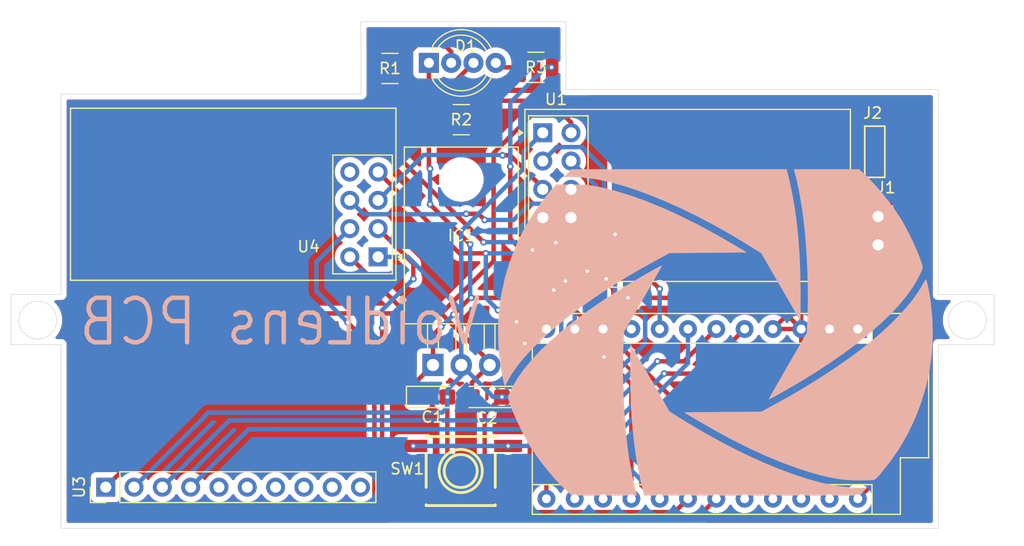
<source format=kicad_pcb>
(kicad_pcb (version 20241229) (generator "pcbnew") (generator_version "9.0")
  (layers (0 "F.Cu" signal) (2 "B.Cu" signal) (13 "F.Paste" user) (15 "B.Paste" user) (5 "F.SilkS" user "F.Silkscreen") (7 "B.SilkS" user "B.Silkscreen") (1 "F.Mask" user) (3 "B.Mask" user) (25 "Edge.Cuts" user))
  (net 0 "")
  (net 1 "GND")
  (net 2 "+5V")
  (net 3 "+3.3V")
  (net 4 "Net-(D1-BK)")
  (net 5 "Net-(D1-GK)")
  (net 6 "Net-(D1-RK)")
  (net 7 "Net-(J1-Pin_2)")
  (net 8 "R")
  (net 9 "G")
  (net 10 "B")
  (net 11 "SW")
  (net 12 "Net-(U1-CE)")
  (net 13 "MOSI")
  (net 15 "MISO")
  (net 16 "SCK")
  (net 17 "Net-(U1-~{CSN})")
  (net 18 "Net-(U2-D2{slash}SDA)")
  (net 20 "Net-(U2-D3{slash}SCL)")
  (net 22 "CE")
  (net 26 "CSN")
  (footprint "Resistor_SMD:R_1210_3225Metric" (layer "F.Cu") (at 138.6 80.2)
    (property "Reference" "R1" (at 0 0 0) (layer "F.SilkS"))
    (property "Value" "120Ω")
    (pad "1" smd roundrect (at -1.4625 0) (size 1.125 2.65) (layers "F.Cu" "F.Mask" "F.Paste") (roundrect_rratio 0.222222) (net 8 "R"))
    (pad "2" smd roundrect (at 1.4625 0) (size 1.125 2.65) (layers "F.Cu" "F.Mask" "F.Paste") (roundrect_rratio 0.222222) (net 6 "Net-(D1-RK)"))
  )
  (footprint "RF_Module:nRF24L01_Breakout" (layer "F.Cu") (at 152.3105 85.975)
    (property "Reference" "U1" (at 1.1895 -3 0) (layer "F.SilkS"))
    (property "Value" "NRF24L01_Breakout")
    (pad "1" thru_hole rect (at 0 0) (size 1.7 1.7) (drill 1) (layers "*.Cu" "*.Mask") (net 1 "GND"))
    (pad "2" thru_hole circle (at 2.54 0) (size 1.7 1.7) (drill 1) (layers "*.Cu" "*.Mask") (net 3 "+3.3V"))
    (pad "3" thru_hole circle (at 0 2.54) (size 1.7 1.7) (drill 1) (layers "*.Cu" "*.Mask") (net 12 "Net-(U1-CE)"))
    (pad "4" thru_hole circle (at 2.54 2.54) (size 1.7 1.7) (drill 1) (layers "*.Cu" "*.Mask") (net 17 "Net-(U1-~{CSN})"))
    (pad "5" thru_hole circle (at 0 5.08) (size 1.7 1.7) (drill 1) (layers "*.Cu" "*.Mask") (net 16 "SCK"))
    (pad "6" thru_hole circle (at 2.54 5.08) (size 1.7 1.7) (drill 1) (layers "*.Cu" "*.Mask") (net 13 "MOSI"))
    (pad "7" thru_hole circle (at 0 7.62) (size 1.7 1.7) (drill 1) (layers "*.Cu" "*.Mask") (net 15 "MISO"))
    (pad "8" thru_hole circle (at 2.54 7.62) (size 1.7 1.7) (drill 1) (layers "*.Cu" "*.Mask"))
  )
  (footprint "Connector_PinHeader_2.54mm:PinHeader_1x10_P2.54mm_Vertical" (layer "F.Cu") (at 113.1 117.8 90)
    (property "Reference" "U3" (at 0 -2.38 90) (layer "F.SilkS"))
    (property "Value" "~")
    (pad "1" thru_hole rect (at 0 0 90) (size 1.7 1.7) (drill 1) (layers "*.Cu" "*.Mask") (net 3 "+3.3V"))
    (pad "2" thru_hole circle (at 0 2.54 90) (size 1.7 1.7) (drill 1) (layers "*.Cu" "*.Mask") (net 1 "GND"))
    (pad "3" thru_hole circle (at 0 5.08 90) (size 1.7 1.7) (drill 1) (layers "*.Cu" "*.Mask") (net 20 "Net-(U2-D3{slash}SCL)"))
    (pad "4" thru_hole circle (at 0 7.62 90) (size 1.7 1.7) (drill 1) (layers "*.Cu" "*.Mask") (net 18 "Net-(U2-D2{slash}SDA)"))
    (pad "5" thru_hole circle (at 0 10.16 90) (size 1.7 1.7) (drill 1) (layers "*.Cu" "*.Mask"))
    (pad "6" thru_hole circle (at 0 12.7 90) (size 1.7 1.7) (drill 1) (layers "*.Cu" "*.Mask"))
    (pad "7" thru_hole circle (at 0 15.24 90) (size 1.7 1.7) (drill 1) (layers "*.Cu" "*.Mask"))
    (pad "8" thru_hole circle (at 0 17.78 90) (size 1.7 1.7) (drill 1) (layers "*.Cu" "*.Mask"))
    (pad "9" thru_hole circle (at 0 20.32 90) (size 1.7 1.7) (drill 1) (layers "*.Cu" "*.Mask"))
    (pad "10" thru_hole circle (at 0 22.86 90) (size 1.7 1.7) (drill 1) (layers "*.Cu" "*.Mask"))
  )
  (footprint "Capacitor_Tantalum_SMD:CP_EIA-3216-18_Kemet-A" (layer "F.Cu") (at 142.4 109.7)
    (property "Reference" "C1" (at 0 1.8 0) (layer "F.SilkS"))
    (property "Value" "100uF")
    (pad "1" smd roundrect (at -1.3525 0) (size 1.415 1.39) (layers "F.Cu" "F.Mask" "F.Paste") (roundrect_rratio 0.179856) (net 2 "+5V"))
    (pad "2" smd roundrect (at 1.3525 0) (size 1.415 1.39) (layers "F.Cu" "F.Mask" "F.Paste") (roundrect_rratio 0.179856) (net 1 "GND"))
  )
  (footprint "Connector_PinHeader_2.54mm:PinHeader_1x02_P2.54mm_Vertical" (layer "F.Cu") (at 182.4 93.5)
    (property "Reference" "J1" (at 0.7 -2.6 0) (layer "F.SilkS"))
    (property "Value" "1x2")
    (pad "1" thru_hole rect (at 0 0) (size 1.7 1.7) (drill 1) (layers "*.Cu" "*.Mask") (net 1 "GND"))
    (pad "2" thru_hole circle (at 0 2.54) (size 1.7 1.7) (drill 1) (layers "*.Cu" "*.Mask") (net 7 "Net-(J1-Pin_2)"))
  )
  (footprint "RF_Module:nRF24L01_Breakout" (layer "F.Cu") (at 137.54 97.12 180)
    (property "Reference" "U4" (at 6.24 0.92 0) (layer "F.SilkS"))
    (property "Value" "NRF24L01_Breakout")
    (pad "1" thru_hole rect (at 0 0 180) (size 1.7 1.7) (drill 1) (layers "*.Cu" "*.Mask") (net 1 "GND"))
    (pad "2" thru_hole circle (at 2.54 0 180) (size 1.7 1.7) (drill 1) (layers "*.Cu" "*.Mask") (net 3 "+3.3V"))
    (pad "3" thru_hole circle (at 0 2.54 180) (size 1.7 1.7) (drill 1) (layers "*.Cu" "*.Mask") (net 22 "CE"))
    (pad "4" thru_hole circle (at 2.54 2.54 180) (size 1.7 1.7) (drill 1) (layers "*.Cu" "*.Mask") (net 26 "CSN"))
    (pad "5" thru_hole circle (at 0 5.08 180) (size 1.7 1.7) (drill 1) (layers "*.Cu" "*.Mask") (net 16 "SCK"))
    (pad "6" thru_hole circle (at 2.54 5.08 180) (size 1.7 1.7) (drill 1) (layers "*.Cu" "*.Mask") (net 13 "MOSI"))
    (pad "7" thru_hole circle (at 0 7.62 180) (size 1.7 1.7) (drill 1) (layers "*.Cu" "*.Mask") (net 15 "MISO"))
    (pad "8" thru_hole circle (at 2.54 7.62 180) (size 1.7 1.7) (drill 1) (layers "*.Cu" "*.Mask"))
  )
  (footprint "Resistor_SMD:R_1210_3225Metric" (layer "F.Cu") (at 145 84.8 180)
    (property "Reference" "R2" (at 0 0 0) (layer "F.SilkS"))
    (property "Value" "120Ω")
    (pad "1" smd roundrect (at -1.4625 0 180) (size 1.125 2.65) (layers "F.Cu" "F.Mask" "F.Paste") (roundrect_rratio 0.222222) (net 9 "G"))
    (pad "2" smd roundrect (at 1.4625 0 180) (size 1.125 2.65) (layers "F.Cu" "F.Mask" "F.Paste") (roundrect_rratio 0.222222) (net 5 "Net-(D1-GK)"))
  )
  (footprint "LED_THT:LED_D5.0mm-4_RGB" (layer "F.Cu") (at 143.095 79.7)
    (property "Reference" "D1" (at 2.305 -1.5 0) (layer "F.SilkS"))
    (property "Value" "LED_ARGB")
    (pad "1" thru_hole rect (at -1 0) (size 1.8 1.8) (drill 0.9) (layers "*.Cu" "*.Mask") (net 2 "+5V"))
    (pad "2" thru_hole oval (at 1 0) (size 1.8 1.8) (drill 0.9) (layers "*.Cu" "*.Mask") (net 6 "Net-(D1-RK)"))
    (pad "3" thru_hole oval (at 3 0) (size 1.8 1.8) (drill 0.9) (layers "*.Cu" "*.Mask") (net 5 "Net-(D1-GK)"))
    (pad "4" thru_hole oval (at 5 0) (size 1.8 1.8) (drill 0.9) (layers "*.Cu" "*.Mask") (net 4 "Net-(D1-BK)"))
  )
  (footprint "Resistor_SMD:R_1210_3225Metric" (layer "F.Cu") (at 151.7 80.1 180)
    (property "Reference" "R3" (at 0 0 0) (layer "F.SilkS"))
    (property "Value" "120Ω")
    (pad "1" smd roundrect (at -1.4625 0 180) (size 1.125 2.65) (layers "F.Cu" "F.Mask" "F.Paste") (roundrect_rratio 0.222222) (net 10 "B"))
    (pad "2" smd roundrect (at 1.4625 0 180) (size 1.125 2.65) (layers "F.Cu" "F.Mask" "F.Paste") (roundrect_rratio 0.222222) (net 4 "Net-(D1-BK)"))
  )
  (footprint "TestPoint:TestPoint_2Pads_Pitch2.54mm_Drill0.8mm" (layer "F.Cu") (at 182.1 88.95 90)
    (property "Reference" "J2" (at 4.75 -0.2 180) (layer "F.SilkS"))
    (property "Value" "2 pin conn for powering display")
    (pad "1" smd rect (at 0 0 90) (size 1.5 1.4) (layers "F.Cu" "F.Mask" "F.Paste") (net 2 "+5V"))
    (pad "2" smd rect (at 2.54 0 90) (size 1.5 1.4) (layers "F.Cu" "F.Mask" "F.Paste") (net 1 "GND"))
  )
  (footprint "Capacitor_Tantalum_SMD:CP_EIA-3216-18_Kemet-A" (layer "F.Cu") (at 147.3 109.7 180)
    (property "Reference" "C2" (at 0 -1.9 0) (layer "F.SilkS"))
    (property "Value" "100uF")
    (pad "1" smd roundrect (at -1.3525 0 180) (size 1.415 1.39) (layers "F.Cu" "F.Mask" "F.Paste") (roundrect_rratio 0.179856) (net 1 "GND"))
    (pad "2" smd roundrect (at 1.3525 0 180) (size 1.415 1.39) (layers "F.Cu" "F.Mask" "F.Paste") (roundrect_rratio 0.179856) (net 3 "+3.3V"))
  )
  (footprint "Package_TO_SOT_THT:TO-220-3_Horizontal_TabDown" (layer "F.Cu") (at 142.46 106.83)
    (property "Reference" "IC1" (at 2.54 -11.63 0) (layer "F.SilkS"))
    (property "Value" "LM3940IT-3.3_NOPB")
    (pad "" np_thru_hole circle (at 2.54 -16.66) (size 3.5 3.5) (drill 3.5) (layers "*.Cu" "*.Mask"))
    (pad "1" thru_hole rect (at 0 0) (size 1.905 2) (drill 1.1) (layers "*.Cu" "*.Mask") (net 2 "+5V"))
    (pad "2" thru_hole oval (at 2.54 0) (size 1.905 2) (drill 1.1) (layers "*.Cu" "*.Mask") (net 1 "GND"))
    (pad "3" thru_hole oval (at 5.08 0) (size 1.905 2) (drill 1.1) (layers "*.Cu" "*.Mask") (net 3 "+3.3V"))
  )
  (footprint "Capacitor_Tantalum_SMD:CP_EIA-3216-18_Kemet-A" (layer "F.Cu") (at 158.6 100.8 180)
    (property "Reference" "C3" (at 3.5 0 0) (layer "F.SilkS"))
    (property "Value" "100uF")
    (pad "1" smd roundrect (at -1.3525 0 180) (size 1.415 1.39) (layers "F.Cu" "F.Mask" "F.Paste") (roundrect_rratio 0.179856) (net 1 "GND"))
    (pad "2" smd roundrect (at 1.3525 0 180) (size 1.415 1.39) (layers "F.Cu" "F.Mask" "F.Paste") (roundrect_rratio 0.179856) (net 2 "+5V"))
  )
  (footprint "Kicad_Extrass:SW-SMD_4P-L6.2-W6.2-P4.50-LS8.6" (layer "F.Cu") (at 144.95 116.35)
    (property "Reference" "SW1" (at -4.8 -0.2 0) (layer "F.SilkS"))
    (property "Value" "~")
    (pad "1" smd rect (at -4.25 -2.25) (size 2.5 1.1) (layers "F.Cu" "F.Mask" "F.Paste") (net 11 "SW"))
    (pad "2" smd rect (at 4.25 -2.25) (size 2.5 1.1) (layers "F.Cu" "F.Mask" "F.Paste") (net 11 "SW"))
    (pad "3" smd rect (at -4.25 2.25) (size 2.5 1.1) (layers "F.Cu" "F.Mask" "F.Paste") (net 1 "GND"))
    (pad "4" smd rect (at 4.25 2.25) (size 2.5 1.1) (layers "F.Cu" "F.Mask" "F.Paste") (net 1 "GND"))
  )
  (footprint "Kicad_Extrass:Arduino_Pro_Micro (sparkfun pro micro)" (layer "F.Cu") (at 152.64 118.84 90)
    (property "Reference" "U2" (at 5.72 12.71 180) (layer "F.SilkS"))
    (property "Value" "~")
    (pad "1" thru_hole rect (at 15.24 27.94 90) (size 1.6 1.6) (drill 0.8) (layers "*.Cu" "*.Mask"))
    (pad "2" thru_hole oval (at 15.24 25.4 90) (size 1.6 1.6) (drill 0.8) (layers "*.Cu" "*.Mask"))
    (pad "3" thru_hole oval (at 15.24 22.86 90) (size 1.6 1.6) (drill 0.8) (layers "*.Cu" "*.Mask") (net 1 "GND"))
    (pad "4" thru_hole oval (at 15.24 20.32 90) (size 1.6 1.6) (drill 0.8) (layers "*.Cu" "*.Mask") (net 1 "GND"))
    (pad "5" thru_hole oval (at 15.24 17.78 90) (size 1.6 1.6) (drill 0.8) (layers "*.Cu" "*.Mask") (net 18 "Net-(U2-D2{slash}SDA)"))
    (pad "6" thru_hole oval (at 15.24 15.24 90) (size 1.6 1.6) (drill 0.8) (layers "*.Cu" "*.Mask") (net 20 "Net-(U2-D3{slash}SCL)"))
    (pad "7" thru_hole oval (at 15.24 12.7 90) (size 1.6 1.6) (drill 0.8) (layers "*.Cu" "*.Mask") (net 11 "SW"))
    (pad "8" thru_hole oval (at 15.24 10.16 90) (size 1.6 1.6) (drill 0.8) (layers "*.Cu" "*.Mask") (net 8 "R"))
    (pad "9" thru_hole oval (at 15.24 7.62 90) (size 1.6 1.6) (drill 0.8) (layers "*.Cu" "*.Mask") (net 9 "G"))
    (pad "10" thru_hole oval (at 15.24 5.08 90) (size 1.6 1.6) (drill 0.8) (layers "*.Cu" "*.Mask"))
    (pad "11" thru_hole oval (at 15.24 2.54 90) (size 1.6 1.6) (drill 0.8) (layers "*.Cu" "*.Mask") (net 12 "Net-(U1-CE)"))
    (pad "12" thru_hole oval (at 15.24 0 90) (size 1.6 1.6) (drill 0.8) (layers "*.Cu" "*.Mask") (net 10 "B"))
    (pad "13" thru_hole oval (at 0 0 90) (size 1.6 1.6) (drill 0.8) (layers "*.Cu" "*.Mask") (net 17 "Net-(U1-~{CSN})"))
    (pad "14" thru_hole oval (at 0 2.54 90) (size 1.6 1.6) (drill 0.8) (layers "*.Cu" "*.Mask") (net 13 "MOSI"))
    (pad "15" thru_hole oval (at 0 5.08 90) (size 1.6 1.6) (drill 0.8) (layers "*.Cu" "*.Mask") (net 15 "MISO"))
    (pad "16" thru_hole oval (at 0 7.62 90) (size 1.6 1.6) (drill 0.8) (layers "*.Cu" "*.Mask") (net 16 "SCK"))
    (pad "17" thru_hole oval (at 0 10.16 90) (size 1.6 1.6) (drill 0.8) (layers "*.Cu" "*.Mask") (net 11 "SW"))
    (pad "18" thru_hole oval (at 0 12.7 90) (size 1.6 1.6) (drill 0.8) (layers "*.Cu" "*.Mask") (net 22 "CE"))
    (pad "19" thru_hole oval (at 0 15.24 90) (size 1.6 1.6) (drill 0.8) (layers "*.Cu" "*.Mask") (net 26 "CSN"))
    (pad "20" thru_hole oval (at 0 17.78 90) (size 1.6 1.6) (drill 0.8) (layers "*.Cu" "*.Mask"))
    (pad "21" thru_hole oval (at 0 20.32 90) (size 1.6 1.6) (drill 0.8) (layers "*.Cu" "*.Mask") (net 2 "+5V"))
    (pad "22" thru_hole oval (at 0 22.86 90) (size 1.6 1.6) (drill 0.8) (layers "*.Cu" "*.Mask"))
    (pad "23" thru_hole oval (at 0 25.4 90) (size 1.6 1.6) (drill 0.8) (layers "*.Cu" "*.Mask") (net 1 "GND"))
    (pad "24" thru_hole oval (at 0 27.94 90) (size 1.6 1.6) (drill 0.8) (layers "*.Cu" "*.Mask") (net 7 "Net-(J1-Pin_2)"))
  )
  (footprint "LOGO" (layer "B.Cu") (at 167.8 103.9 180)
    (property "Reference" "G***" (hide yes))
    (property "Value" "LOGO" (hide yes))
  )
  (gr_line (start 154.4 82.1) (end 154.4 76) (stroke (width 0.05)) (layer "Edge.Cuts"))
  (gr_line (start 192.8 100.5) (end 192.8 105) (stroke (width 0.05)) (layer "Edge.Cuts"))
  (gr_line (start 136 82.4) (end 136 76) (stroke (width 0.05)) (layer "Edge.Cuts"))
  (gr_line (start 136 82.4) (end 136 82.5) (stroke (width 0.05)) (layer "Edge.Cuts"))
  (gr_line (start 104.6 105) (end 109.1 105) (stroke (width 0.05)) (layer "Edge.Cuts"))
  (gr_line (start 153.4 76) (end 153.2 76) (stroke (width 0.05)) (layer "Edge.Cuts"))
  (gr_line (start 187.8 120.9) (end 187.8 121.5) (stroke (width 0.05)) (layer "Edge.Cuts"))
  (gr_circle (center 107 102.8) (end 107 101.1) (stroke (width 0.05)) (fill no) (layer "Edge.Cuts"))
  (gr_line (start 187.8 82.1) (end 187.8 100.5) (stroke (width 0.05)) (layer "Edge.Cuts"))
  (gr_line (start 109.1 121.1) (end 109.1 121.5) (stroke (width 0.05)) (layer "Edge.Cuts"))
  (gr_line (start 154.4 76) (end 153.4 76) (stroke (width 0.05)) (layer "Edge.Cuts"))
  (gr_line (start 187.8 100.5) (end 192.8 100.5) (stroke (width 0.05)) (layer "Edge.Cuts"))
  (gr_line (start 109.1 82.5) (end 109.1 100.5) (stroke (width 0.05)) (layer "Edge.Cuts"))
  (gr_line (start 109.1 100.5) (end 104.6 100.5) (stroke (width 0.05)) (layer "Edge.Cuts"))
  (gr_line (start 109.1 105) (end 109.1 121.1) (stroke (width 0.05)) (layer "Edge.Cuts"))
  (gr_line (start 154.4 82.1) (end 187.8 82.1) (stroke (width 0.05)) (layer "Edge.Cuts"))
  (gr_line (start 109.1 82.5) (end 134.2 82.5) (stroke (width 0.05)) (layer "Edge.Cuts"))
  (gr_line (start 104.6 100.5) (end 104.6 105) (stroke (width 0.05)) (layer "Edge.Cuts"))
  (gr_line (start 187.8 105) (end 187.8 120.9) (stroke (width 0.05)) (layer "Edge.Cuts"))
  (gr_circle (center 190.4 102.8) (end 190.4 101.1) (stroke (width 0.05)) (fill no) (layer "Edge.Cuts"))
  (gr_line (start 109.1 121.5) (end 187.8 121.5) (stroke (width 0.05)) (layer "Edge.Cuts"))
  (gr_line (start 136 82.5) (end 134.2 82.5) (stroke (width 0.05)) (layer "Edge.Cuts"))
  (gr_line (start 192.8 105) (end 187.8 105) (stroke (width 0.05)) (layer "Edge.Cuts"))
  (gr_line (start 136.5 76) (end 136 76) (stroke (width 0.05)) (layer "Edge.Cuts"))
  (gr_line (start 136.5 76) (end 153.2 76) (stroke (width 0.05)) (layer "Edge.Cuts"))
  (gr_text "VoidLens PCB" (at 147 105.3 0) (layer "B.SilkS") (effects (font (size 4 3.5) (thickness 0.4)) (justify left bottom mirror)))
  (segment (start 172.96 103.6) (end 175.5 103.6) (width 0.4) (layer "F.Cu") (net 1))
  (segment (start 175.5 112.6) (end 175.5 103.6) (width 0.4) (layer "F.Cu") (net 1))
  (segment (start 147.1 111.2525) (end 148.6525 109.7) (width 0.4) (layer "F.Cu") (net 1))
  (segment (start 175.5 102.2) (end 175.5 100.4) (width 0.4) (layer "F.Cu") (net 1))
  (segment (start 143.7525 115.5475) (end 143.7525 109.7) (width 0.4) (layer "F.Cu") (net 1))
  (segment (start 175.5 103.6) (end 174.25 102.35) (width 0.4) (layer "F.Cu") (net 1))
  (segment (start 172.96 103.6) (end 174.21 102.35) (width 0.4) (layer "F.Cu") (net 1))
  (segment (start 174.4 102.2) (end 174.25 102.35) (width 0.4) (layer "F.Cu") (net 1))
  (segment (start 183.8 88.11) (end 183.8 88.2) (width 0.4) (layer "F.Cu") (net 1))
  (segment (start 178.04 118.84) (end 178.04 115.14) (width 0.4) (layer "F.Cu") (net 1))
  (segment (start 147.1 116.5) (end 147.1 111.2525) (width 0.4) (layer "F.Cu") (net 1))
  (segment (start 182.4 93.5) (end 183.8 92.1) (width 0.4) (layer "F.Cu") (net 1))
  (segment (start 182.1 86.41) (end 183.8 88.11) (width 0.4) (layer "F.Cu") (net 1))
  (segment (start 183.8 92.1) (end 183.8 88.2) (width 0.4) (layer "F.Cu") (net 1))
  (segment (start 149.2 118.6) (end 147.1 116.5) (width 0.4) (layer "F.Cu") (net 1))
  (segment (start 174.25 102.35) (end 172.7 100.8) (width 0.4) (layer "F.Cu") (net 1))
  (segment (start 178.04 115.14) (end 175.5 112.6) (width 0.4) (layer "F.Cu") (net 1))
  (segment (start 140.7 118.6) (end 143.7525 115.5475) (width 0.4) (layer "F.Cu") (net 1))
  (segment (start 175.5 102.2) (end 174.4 102.2) (width 0.4) (layer "F.Cu") (net 1))
  (segment (start 175.5 103.6) (end 175.5 102.2) (width 0.4) (layer "F.Cu") (net 1))
  (segment (start 174.21 102.35) (end 174.25 102.35) (width 0.4) (layer "F.Cu") (net 1))
  (segment (start 172.7 100.8) (end 159.9525 100.8) (width 0.4) (layer "F.Cu") (net 1))
  (segment (start 175.5 100.4) (end 182.4 93.5) (width 0.4) (layer "F.Cu") (net 1))
  (via (at 159.9525 100.8) (size 0.6) (drill 0.3) (layers "F.Cu" "B.Cu") (net 1))
  (via (at 143.7525 109.7) (size 0.6) (drill 0.3) (layers "F.Cu" "B.Cu") (net 1))
  (via (at 148.6525 109.7) (size 0.6) (drill 0.3) (layers "F.Cu" "B.Cu") (net 1))
  (segment (start 137.54 97.12) (end 140.22 97.12) (width 0.4) (layer "B.Cu") (net 1))
  (segment (start 140.22 97.12) (end 145 101.9) (width 0.4) (layer "B.Cu") (net 1))
  (segment (start 143.3 111.1) (end 143.7525 110.6475) (width 0.4) (layer "B.Cu") (net 1))
  (segment (start 145 94.8) (end 145 101.9) (width 0.4) (layer "B.Cu") (net 1))
  (segment (start 145 94.8) (end 150.59275 89.20725) (width 0.4) (layer "B.Cu") (net 1))
  (segment (start 143.7525 109.7) (end 143.7525 109.0475) (width 0.4) (layer "B.Cu") (net 1))
  (segment (start 121.94 111.5) (end 121.94 111.46) (width 0.4) (layer "B.Cu") (net 1))
  (segment (start 115.64 117.8) (end 121.94 111.5) (width 0.4) (layer "B.Cu") (net 1))
  (segment (start 143.7525 109.0475) (end 145 107.8) (width 0.4) (layer "B.Cu") (net 1))
  (segment (start 145 107.8) (end 145 106.83) (width 0.4) (layer "B.Cu") (net 1))
  (segment (start 150.59275 89.20725) (end 150.59275 87.69275) (width 0.4) (layer "B.Cu") (net 1))
  (segment (start 152.3105 85.975) (end 150.59275 87.69275) (width 0.4) (layer "B.Cu") (net 1))
  (segment (start 148.6525 109.7) (end 147.87 109.7) (width 0.4) (layer "B.Cu") (net 1))
  (segment (start 122.3 111.1) (end 143.3 111.1) (width 0.4) (layer "B.Cu") (net 1))
  (segment (start 121.94 111.46) (end 122.3 111.1) (width 0.4) (layer "B.Cu") (net 1))
  (segment (start 145 101.9) (end 145 106.83) (width 0.4) (layer "B.Cu") (net 1))
  (segment (start 161.5 104.9) (end 161.5 102.4) (width 0.4) (layer "B.Cu") (net 1))
  (segment (start 148.6525 109.7) (end 156.7 109.7) (width 0.4) (layer "B.Cu") (net 1))
  (segment (start 156.7 109.7) (end 161.5 104.9) (width 0.4) (layer "B.Cu") (net 1))
  (segment (start 147.87 109.7) (end 145 106.83) (width 0.4) (layer "B.Cu") (net 1))
  (segment (start 161.5 102.4) (end 160 100.9) (width 0.4) (layer "B.Cu") (net 1))
  (segment (start 143.7525 110.6475) (end 143.7525 109.7) (width 0.4) (layer "B.Cu") (net 1))
  (segment (start 145.9 100.8) (end 145.8 100.8) (width 0.4) (layer "F.Cu") (net 2))
  (segment (start 141.0475 108.2425) (end 142.46 106.83) (width 0.4) (layer "F.Cu") (net 2))
  (segment (start 159 102.5525) (end 159 104.88) (width 0.4) (layer "F.Cu") (net 2))
  (segment (start 141.0475 109.7) (end 141.0475 108.2425) (width 0.4) (layer "F.Cu") (net 2))
  (segment (start 157.2475 100.8) (end 157.2475 98.6525) (width 0.4) (layer "F.Cu") (net 2))
  (segment (start 142.46 104.64) (end 142.46 104.14) (width 0.4) (layer "F.Cu") (net 2))
  (segment (start 153.4 100.8) (end 145.9 100.8) (width 0.4) (layer "F.Cu") (net 2))
  (segment (start 142.2 92.4) (end 145.8 96) (width 0.4) (layer "F.Cu") (net 2))
  (segment (start 145.8 100.8) (end 144.3 102.3) (width 0.4) (layer "F.Cu") (net 2))
  (segment (start 159 104.88) (end 172.96 118.84) (width 0.4) (layer "F.Cu") (net 2))
  (segment (start 166.95 88.95) (end 182.1 88.95) (width 0.4) (layer "F.Cu") (net 2))
  (segment (start 142.46 104.14) (end 143.2 103.4) (width 0.4) (layer "F.Cu") (net 2))
  (segment (start 157.2475 98.6525) (end 166.95 88.95) (width 0.4) (layer "F.Cu") (net 2))
  (segment (start 142.2 89.2) (end 142.095 89.095) (width 0.4) (layer "F.Cu") (net 2))
  (segment (start 142.095 89.095) (end 142.095 79.7) (width 0.4) (layer "F.Cu") (net 2))
  (segment (start 142.46 106.83) (end 142.46 104.64) (width 0.4) (layer "F.Cu") (net 2))
  (segment (start 153.4 100.8) (end 157.2475 100.8) (width 0.4) (layer "F.Cu") (net 2))
  (segment (start 157.2475 100.8) (end 159 102.5525) (width 0.4) (layer "F.Cu") (net 2))
  (via (at 142.2 92.4) (size 0.6) (drill 0.3) (layers "F.Cu" "B.Cu") (net 2))
  (via (at 143.2 103.4) (size 0.6) (drill 0.3) (layers "F.Cu" "B.Cu") (net 2))
  (via (at 144.3 102.3) (size 0.6) (drill 0.3) (layers "F.Cu" "B.Cu") (net 2))
  (via (at 145.8 96) (size 0.6) (drill 0.3) (layers "F.Cu" "B.Cu") (net 2))
  (via (at 145.9 100.8) (size 0.6) (drill 0.3) (layers "F.Cu" "B.Cu") (net 2))
  (via (at 142.2 89.2) (size 0.6) (drill 0.3) (layers "F.Cu" "B.Cu") (net 2))
  (segment (start 142.2 89.2) (end 142.2 92.4) (width 0.4) (layer "B.Cu") (net 2))
  (segment (start 145.8 96) (end 145.8 100.8) (width 0.4) (layer "B.Cu") (net 2))
  (segment (start 143.2 103.4) (end 144.3 102.3) (width 0.4) (layer "B.Cu") (net 2))
  (segment (start 145.9475 109.7) (end 145.9475 108.4225) (width 0.4) (layer "F.Cu") (net 3))
  (segment (start 151.3 84.4) (end 147.9 87.8) (width 0.4) (layer "F.Cu") (net 3))
  (segment (start 140.08 102.2) (end 128.7 102.2) (width 0.4) (layer "F.Cu") (net 3))
  (segment (start 145.9475 108.4225) (end 147.54 106.83) (width 0.4) (layer "F.Cu") (net 3))
  (segment (start 154.8505 85.975) (end 154.8505 85.0505) (width 0.4) (layer "F.Cu") (net 3))
  (segment (start 135 97.12) (end 140.08 102.2) (width 0.4) (layer "F.Cu") (net 3))
  (segment (start 147.9 97.5) (end 143.2 102.2) (width 0.4) (layer "F.Cu") (net 3))
  (segment (start 128.7 102.2) (end 113.1 117.8) (width 0.4) (layer "F.Cu") (net 3))
  (segment (start 147.9 87.8) (end 147.9 97.5) (width 0.4) (layer "F.Cu") (net 3))
  (segment (start 140.08 102.2) (end 143.2 102.2) (width 0.4) (layer "F.Cu") (net 3))
  (segment (start 147.54 106.83) (end 147.54 106.54) (width 0.4) (layer "F.Cu") (net 3))
  (segment (start 147.54 106.54) (end 143.2 102.2) (width 0.4) (layer "F.Cu") (net 3))
  (segment (start 154.8505 85.0505) (end 154.2 84.4) (width 0.4) (layer "F.Cu") (net 3))
  (segment (start 154.2 84.4) (end 151.3 84.4) (width 0.4) (layer "F.Cu") (net 3))
  (segment (start 148.495 80.1) (end 148.095 79.7) (width 0.4) (layer "F.Cu") (net 4))
  (segment (start 150.2375 80.1) (end 148.495 80.1) (width 0.4) (layer "F.Cu") (net 4))
  (segment (start 143.5375 84.8) (end 143.5375 82.2575) (width 0.4) (layer "F.Cu") (net 5))
  (segment (start 143.5375 82.2575) (end 146.095 79.7) (width 0.4) (layer "F.Cu") (net 5))
  (segment (start 144.095 79.7) (end 144.095 78.7) (width 0.4) (layer "F.Cu") (net 6))
  (segment (start 140.0625 79.0375) (end 140.0625 80.2) (width 0.4) (layer "F.Cu") (net 6))
  (segment (start 143.395 78) (end 141.1 78) (width 0.4) (layer "F.Cu") (net 6))
  (segment (start 144.095 78.7) (end 143.395 78) (width 0.4) (layer "F.Cu") (net 6))
  (segment (start 141.1 78) (end 140.0625 79.0375) (width 0.4) (layer "F.Cu") (net 6))
  (segment (start 182.4 96.04) (end 182.4 117.02) (width 0.4) (layer "F.Cu") (net 7))
  (segment (start 182.4 117.02) (end 180.58 118.84) (width 0.4) (layer "F.Cu") (net 7))
  (segment (start 153.486407 95.837281) (end 153.737281 95.837281) (width 0.4) (layer "F.Cu") (net 8))
  (segment (start 158 99.1) (end 161.9 99.1) (width 0.4) (layer "F.Cu") (net 8))
  (segment (start 153.737281 95.837281) (end 156.3 98.4) (width 0.4) (layer "F.Cu") (net 8))
  (segment (start 147 95.8) (end 137.1375 85.9375) (width 0.4) (layer "F.Cu") (net 8))
  (segment (start 137.1375 85.9375) (end 137.1375 80.2) (width 0.4) (layer "F.Cu") (net 8))
  (segment (start 161.9 99.1) (end 162.8 100) (width 0.4) (layer "F.Cu") (net 8))
  (via (at 162.8 100) (size 0.6) (drill 0.3) (layers "F.Cu" "B.Cu") (net 8))
  (via (at 156.3 98.4) (size 0.6) (drill 0.3) (layers "F.Cu" "B.Cu") (net 8))
  (via (at 158 99.1) (size 0.6) (drill 0.3) (layers "F.Cu" "B.Cu") (net 8))
  (via (at 147 95.8) (size 0.6) (drill 0.3) (layers "F.Cu" "B.Cu") (net 8))
  (via (at 153.486407 95.837281) (size 0.6) (drill 0.3) (layers "F.Cu" "B.Cu") (net 8))
  (segment (start 162.8 100) (end 162.8 103.6) (width 0.4) (layer "B.Cu") (net 8))
  (segment (start 156.3 98.4) (end 157 99.1) (width 0.4) (layer "B.Cu") (net 8))
  (segment (start 147 95.8) (end 153.449126 95.8) (width 0.4) (layer "B.Cu") (net 8))
  (segment (start 153.449126 95.8) (end 153.486407 95.837281) (width 0.4) (layer "B.Cu") (net 8))
  (segment (start 157 99.1) (end 158 99.1) (width 0.4) (layer "B.Cu") (net 8))
  (segment (start 155.7 83.1) (end 158.8 86.2) (width 0.4) (layer "F.Cu") (net 9))
  (segment (start 146.4625 84.8) (end 148.1625 83.1) (width 0.4) (layer "F.Cu") (net 9))
  (segment (start 158.8 86.2) (end 158.8 95.1) (width 0.4) (layer "F.Cu") (net 9))
  (segment (start 148.1625 83.1) (end 155.7 83.1) (width 0.4) (layer "F.Cu") (net 9))
  (via (at 158.8 95.1) (size 0.6) (drill 0.3) (layers "F.Cu" "B.Cu") (net 9))
  (segment (start 158.8 95.1) (end 158.8 102.14) (width 0.4) (layer "B.Cu") (net 9))
  (segment (start 158.8 102.14) (end 160.26 103.6) (width 0.4) (layer "B.Cu") (net 9))
  (segment (start 153.3 100.1) (end 153.3 99.4) (width 0.4) (layer "F.Cu") (net 10))
  (segment (start 153.3 99.4) (end 149.4 95.5) (width 0.4) (layer "F.Cu") (net 10))
  (segment (start 149.4 95.5) (end 149.4 89) (width 0.4) (layer "F.Cu") (net 10))
  (via (at 149.4 89) (size 0.6) (drill 0.3) (layers "F.Cu" "B.Cu") (net 10))
  (via (at 153.1 80.1) (size 0.6) (drill 0.3) (layers "F.Cu" "B.Cu") (net 10))
  (via (at 153.3 100.1) (size 0.6) (drill 0.3) (layers "F.Cu" "B.Cu") (net 10))
  (segment (start 152.5625 80.1) (end 153.1 80.1) (width 0.4) (layer "B.Cu") (net 10))
  (segment (start 153.3 100.8) (end 152.64 101.46) (width 0.4) (layer "B.Cu") (net 10))
  (segment (start 153.3 100.1) (end 153.3 100.8) (width 0.4) (layer "B.Cu") (net 10))
  (segment (start 152.64 101.46) (end 152.64 103.6) (width 0.4) (layer "B.Cu") (net 10))
  (segment (start 149.4 83.2625) (end 149.4 89) (width 0.4) (layer "B.Cu") (net 10))
  (segment (start 149.4 83.2625) (end 152.5625 80.1) (width 0.4) (layer "B.Cu") (net 10))
  (via (at 140.7 114.1) (size 0.6) (drill 0.3) (layers "F.Cu" "B.Cu") (net 11))
  (via (at 149.2 114.1) (size 0.6) (drill 0.3) (layers "F.Cu" "B.Cu") (net 11))
  (segment (start 158.06 113.94) (end 158.06 114.1) (width 0.4) (layer "B.Cu") (net 11))
  (segment (start 149.2 114.1) (end 158.06 114.1) (width 0.4) (layer "B.Cu") (net 11))
  (segment (start 165.34 106.66) (end 158.06 113.94) (width 0.4) (layer "B.Cu") (net 11))
  (segment (start 140.7 114.1) (end 149.2 114.1) (width 0.4) (layer "B.Cu") (net 11))
  (segment (start 165.34 103.6) (end 165.34 106.66) (width 0.4) (layer "B.Cu") (net 11))
  (segment (start 158.06 114.1) (end 162.8 118.84) (width 0.4) (layer "B.Cu") (net 11))
  (segment (start 157.8 89.2) (end 155.864 87.264) (width 0.4) (layer "B.Cu") (net 12))
  (segment (start 155.18 103.6) (end 155.18 98.02) (width 0.4) (layer "B.Cu") (net 12))
  (segment (start 153.5615 87.264) (end 152.3105 88.515) (width 0.4) (layer "B.Cu") (net 12))
  (segment (start 157.8 95.4) (end 157.8 89.2) (width 0.4) (layer "B.Cu") (net 12))
  (segment (start 155.18 98.02) (end 157.8 95.4) (width 0.4) (layer "B.Cu") (net 12))
  (segment (start 155.864 87.264) (end 153.5615 87.264) (width 0.4) (layer "B.Cu") (net 12))
  (segment (start 146.555025 93.255025) (end 147.1 93.8) (width 0.4) (layer "F.Cu") (net 13))
  (segment (start 155.18 108.18) (end 155.18 118.84) (width 0.4) (layer "F.Cu") (net 13))
  (segment (start 145.444975 93.255025) (end 146.555025 93.255025) (width 0.4) (layer "F.Cu") (net 13))
  (segment (start 149.95 102.95) (end 155.18 108.18) (width 0.4) (layer "F.Cu") (net 13))
  (via (at 149.95 102.95) (size 0.6) (drill 0.3) (layers "F.Cu" "B.Cu") (net 13))
  (via (at 147.1 93.8) (size 0.6) (drill 0.3) (layers "F.Cu" "B.Cu") (net 13))
  (via (at 145.444975 93.255025) (size 0.6) (drill 0.3) (layers "F.Cu" "B.Cu") (net 13))
  (segment (start 153.5615 92.344) (end 154.8505 91.055) (width 0.4) (layer "B.Cu") (net 13))
  (segment (start 145.444975 93.255025) (end 145.409 93.291) (width 0.4) (layer "B.Cu") (net 13))
  (segment (start 151.156 92.344) (end 153.5615 92.344) (width 0.4) (layer "B.Cu") (net 13))
  (segment (start 156.4 92.6045) (end 154.8505 91.055) (width 0.4) (layer "B.Cu") (net 13))
  (segment (start 149.35 102.35) (end 149.35 101.35) (width 0.4) (layer "B.Cu") (net 13))
  (segment (start 149.95 102.95) (end 149.35 102.35) (width 0.4) (layer "B.Cu") (net 13))
  (segment (start 156.4 94.3) (end 156.4 92.6045) (width 0.4) (layer "B.Cu") (net 13))
  (segment (start 145.409 93.291) (end 136.251 93.291) (width 0.4) (layer "B.Cu") (net 13))
  (segment (start 149.35 101.35) (end 156.4 94.3) (width 0.4) (layer "B.Cu") (net 13))
  (segment (start 147.1 93.8) (end 149.7 93.8) (width 0.4) (layer "B.Cu") (net 13))
  (segment (start 136.251 93.291) (end 135 92.04) (width 0.4) (layer "B.Cu") (net 13))
  (segment (start 149.7 93.8) (end 151.156 92.344) (width 0.4) (layer "B.Cu") (net 13))
  (segment (start 155.178471 101.9) (end 148.3 101.9) (width 0.4) (layer "F.Cu") (net 15))
  (segment (start 151.389949 96.499999) (end 151.389949 94.515551) (width 0.4) (layer "F.Cu") (net 15))
  (segment (start 157.72 118.84) (end 156.519 117.639) (width 0.4) (layer "F.Cu") (net 15))
  (segment (start 156.519 117.639) (end 156.519 103.240529) (width 0.4) (layer "F.Cu") (net 15))
  (segment (start 137.54 89.5) (end 144.84 96.8) (width 0.4) (layer "F.Cu") (net 15))
  (segment (start 156.519 103.240529) (end 155.178471 101.9) (width 0.4) (layer "F.Cu") (net 15))
  (segment (start 144.84 96.8) (end 147.2 96.8) (width 0.4) (layer "F.Cu") (net 15))
  (segment (start 151.389949 94.515551) (end 152.3105 93.595) (width 0.4) (layer "F.Cu") (net 15))
  (via (at 151.389949 96.499999) (size 0.6) (drill 0.3) (layers "F.Cu" "B.Cu") (net 15))
  (via (at 147.2 96.8) (size 0.6) (drill 0.3) (layers "F.Cu" "B.Cu") (net 15))
  (via (at 148.3 101.9) (size 0.6) (drill 0.3) (layers "F.Cu" "B.Cu") (net 15))
  (segment (start 151.089948 96.8) (end 151.389949 96.499999) (width 0.4) (layer "B.Cu") (net 15))
  (segment (start 147.2 100.8) (end 147.2 96.8) (width 0.4) (layer "B.Cu") (net 15))
  (segment (start 148.3 101.9) (end 147.2 100.8) (width 0.4) (layer "B.Cu") (net 15))
  (segment (start 147.2 96.8) (end 151.089948 96.8) (width 0.4) (layer "B.Cu") (net 15))
  (segment (start 152.785407 94.889275) (end 153.5615 94.113182) (width 0.4) (layer "F.Cu") (net 16))
  (segment (start 153.5615 94.113182) (end 153.5615 92.306) (width 0.4) (layer "F.Cu") (net 16))
  (segment (start 148.9 88) (end 148.7 88) (width 0.4) (layer "F.Cu") (net 16))
  (segment (start 153.5615 92.306) (end 152.3105 91.055) (width 0.4) (layer "F.Cu") (net 16))
  (segment (start 152.3105 90.919136) (end 149.391364 88) (width 0.4) (layer "F.Cu") (net 16))
  (segment (start 149.391364 88) (end 149.101 88) (width 0.4) (layer "F.Cu") (net 16))
  (segment (start 152.3105 91.055) (end 152.3105 90.919136) (width 0.4) (layer "F.Cu") (net 16))
  (segment (start 154.337613 98.137613) (end 152.785407 96.585407) (width 0.4) (layer "F.Cu") (net 16))
  (segment (start 160.26 108.56) (end 157.8 106.1) (width 0.4) (layer "F.Cu") (net 16))
  (segment (start 152.785407 96.585407) (end 152.785407 94.889275) (width 0.4) (layer "F.Cu") (net 16))
  (segment (start 154.337613 99.288073) (end 154.337613 98.137613) (width 0.4) (layer "F.Cu") (net 16))
  (segment (start 160.26 118.84) (end 160.26 108.56) (width 0.4) (layer "F.Cu") (net 16))
  (segment (start 149.101 88) (end 148.9 88) (width 0.4) (layer "F.Cu") (net 16))
  (via (at 157.8 106.1) (size 0.6) (drill 0.3) (layers "F.Cu" "B.Cu") (net 16))
  (via (at 148.7 88) (size 0.6) (drill 0.3) (layers "F.Cu" "B.Cu") (net 16))
  (via (at 154.337613 99.288073) (size 0.6) (drill 0.3) (layers "F.Cu" "B.Cu") (net 16))
  (segment (start 141.611 87.969) (end 137.54 92.04) (width 0.4) (layer "B.Cu") (net 16))
  (segment (start 153.974682 100.325318) (end 154.2 100.1) (width 0.4) (layer "B.Cu") (net 16))
  (segment (start 154.35 99.30046) (end 154.337613 99.288073) (width 0.4) (layer "B.Cu") (net 16))
  (segment (start 157.8 106.1) (end 155.981529 106.1) (width 0.4) (layer "B.Cu") (net 16))
  (segment (start 154.2 100.1) (end 154.35 99.95) (width 0.4) (layer "B.Cu") (net 16))
  (segment (start 154.35 99.95) (end 154.35 99.30046) (width 0.4) (layer "B.Cu") (net 16))
  (segment (start 148.669 87.969) (end 141.611 87.969) (width 0.4) (layer "B.Cu") (net 16))
  (segment (start 155.981529 106.1) (end 153.974682 104.093153) (width 0.4) (layer "B.Cu") (net 16))
  (segment (start 153.974682 104.093153) (end 153.974682 100.325318) (width 0.4) (layer "B.Cu") (net 16))
  (segment (start 148.7 88) (end 148.669 87.969) (width 0.4) (layer "B.Cu") (net 16))
  (segment (start 152.64 118.84) (end 152.64 106.84) (width 0.4) (layer "F.Cu") (net 17))
  (segment (start 152.64 106.84) (end 150.7 104.9) (width 0.4) (layer "F.Cu") (net 17))
  (via (at 150.7 104.9) (size 0.6) (drill 0.3) (layers "F.Cu" "B.Cu") (net 17))
  (segment (start 157.1 90.7645) (end 154.8505 88.515) (width 0.4) (layer "B.Cu") (net 17))
  (segment (start 150.7 104.9) (end 150.7 101.6) (width 0.4) (layer "B.Cu") (net 17))
  (segment (start 150.7 101.6) (end 157.1 95.2) (width 0.4) (layer "B.Cu") (net 17))
  (segment (start 157.1 95.2) (end 157.1 90.7645) (width 0.4) (layer "B.Cu") (net 17))
  (segment (start 163.2 107.6) (end 166.42 107.6) (width 0.4) (layer "F.Cu") (net 18))
  (segment (start 166.42 107.6) (end 170.42 103.6) (width 0.4) (layer "F.Cu") (net 18))
  (via (at 163.2 107.6) (size 0.6) (drill 0.3) (layers "F.Cu" "B.Cu") (net 18))
  (segment (start 125.92 112.6) (end 128.4 112.6) (width 0.4) (layer "B.Cu") (net 18))
  (segment (start 158.2 112.6) (end 163.2 107.6) (width 0.4) (layer "B.Cu") (net 18))
  (segment (start 120.72 117.8) (end 125.92 112.6) (width 0.4) (layer "B.Cu") (net 18))
  (segment (start 128.4 112.6) (end 158.2 112.6) (width 0.4) (layer "B.Cu") (net 18))
  (segment (start 164.98 106.5) (end 167.88 103.6) (width 0.4) (layer "F.Cu") (net 20))
  (segment (start 162.6 106.5) (end 164.98 106.5) (width 0.4) (layer "F.Cu") (net 20))
  (via (at 162.6 106.5) (size 0.6) (drill 0.3) (layers "F.Cu" "B.Cu") (net 20))
  (segment (start 123.4 112.6) (end 124.2 111.8) (width 0.4) (layer "B.Cu") (net 20))
  (segment (start 118.18 117.8) (end 123.38 112.6) (width 0.4) (layer "B.Cu") (net 20))
  (segment (start 157.3 111.8) (end 162.6 106.5) (width 0.4) (layer "B.Cu") (net 20))
  (segment (start 124.2 111.8) (end 157.3 111.8) (width 0.4) (layer "B.Cu") (net 20))
  (segment (start 123.38 112.6) (end 123.4 112.6) (width 0.4) (layer "B.Cu") (net 20))
  (segment (start 139.539 120.041) (end 137.9 118.402) (width 0.4) (layer "F.Cu") (net 22))
  (segment (start 137.9 118.402) (end 137.9 103.5) (width 0.4) (layer "F.Cu") (net 22))
  (segment (start 140.7 99.1) (end 140.7 97.74) (width 0.4) (layer "F.Cu") (net 22))
  (segment (start 140.7 97.74) (end 137.54 94.58) (width 0.4) (layer "F.Cu") (net 22))
  (segment (start 165.34 118.84) (end 164.139 120.041) (width 0.4) (layer "F.Cu") (net 22))
  (segment (start 164.139 120.041) (end 139.539 120.041) (width 0.4) (layer "F.Cu") (net 22))
  (via (at 137.9 103.5) (size 0.6) (drill 0.3) (layers "F.Cu" "B.Cu") (net 22))
  (via (at 140.7 99.1) (size 0.6) (drill 0.3) (layers "F.Cu" "B.Cu") (net 22))
  (segment (start 137.9 103.5) (end 137.9 101.9) (width 0.4) (layer "B.Cu") (net 22))
  (segment (start 137.9 101.9) (end 140.7 99.1) (width 0.4) (layer "B.Cu") (net 22))
  (segment (start 139.348058 120.7) (end 137.211 118.562942) (width 0.4) (layer "F.Cu") (net 26))
  (segment (start 137.2 105.4) (end 134.8 103) (width 0.4) (layer "F.Cu") (net 26))
  (segment (start 166.02 120.7) (end 139.348058 120.7) (width 0.4) (layer "F.Cu") (net 26))
  (segment (start 167.88 118.84) (end 166.02 120.7) (width 0.4) (layer "F.Cu") (net 26))
  (segment (start 137.211 118.562942) (end 137.211 110.611) (width 0.4) (layer "F.Cu") (net 26))
  (segment (start 137.211 110.611) (end 137.2 110.6) (width 0.4) (layer "F.Cu") (net 26))
  (segment (start 137.2 110.6) (end 137.2 105.4) (width 0.4) (layer "F.Cu") (net 26))
  (via (at 134.8 103) (size 0.6) (drill 0.3) (layers "F.Cu" "B.Cu") (net 26))
  (segment (start 134.8 103) (end 132 100.2) (width 0.4) (layer "B.Cu") (net 26))
  (segment (start 132 100.2) (end 132 97.58) (width 0.4) (layer "B.Cu") (net 26))
  (segment (start 132 97.58) (end 135 94.58) (width 0.4) (layer "B.Cu") (net 26))
  (zone (net 0) (net_name "") (layers "F.Cu" "B.Cu") (connect_pads (clearance 0.5)) (min_thickness 0.25) (fill yes (thermal_gap 0.5) (thermal_bridge_width 0.5) (island_removal_mode 1) (island_area_min 10))
    (polygon (pts (xy 104 74.7) (xy 195.1 75) (xy 195.5 122.8) (xy 190.3 123.1) (xy 103.615433 123.1) (xy 103.615433 123.1)))
  )
)
</source>
